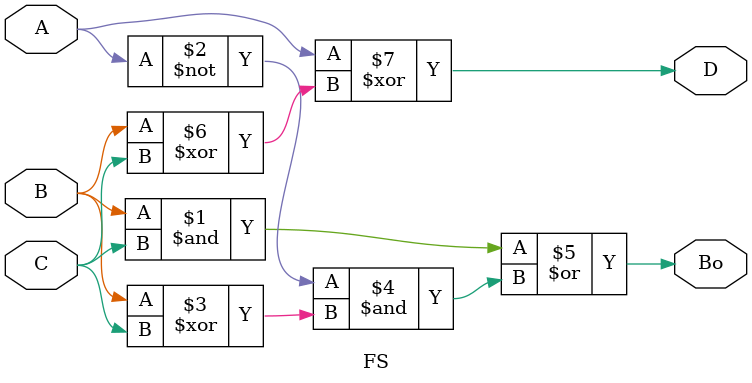
<source format=sv>
module FS (A, B, C, D, Bo);
  input A, B, C;
  output D, Bo;
  assign Bo = (B & C) | ( ( ~A ) & ( B ^ C ) ) ;
  assign D  = ( A ^ ( B ^ C ) ) ;
endmodule
</source>
